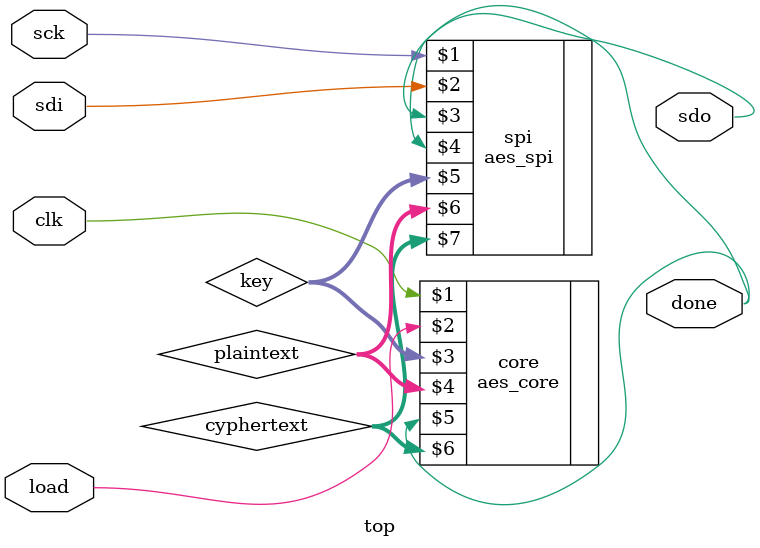
<source format=sv>
module top(input  logic clk,
           input  logic sck, 
           input  logic sdi,
           output logic sdo,
           input  logic load,
           output logic done);
                    
    logic [127:0] key, plaintext, cyphertext;
            
    aes_spi spi(sck, sdi, sdo, done, key, plaintext, cyphertext);   
    aes_core core(clk, load, key, plaintext, done, cyphertext);
endmodule
</source>
